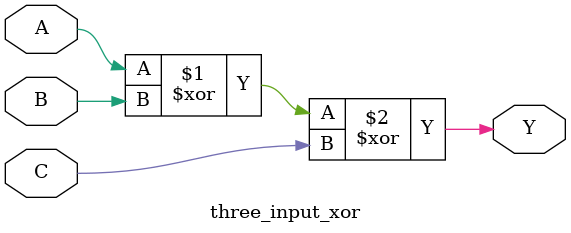
<source format=v>
module three_input_xor (
  input A,
  input B,
  input C,
  output Y
);

  assign Y = A ^ B ^ C;

endmodule
</source>
